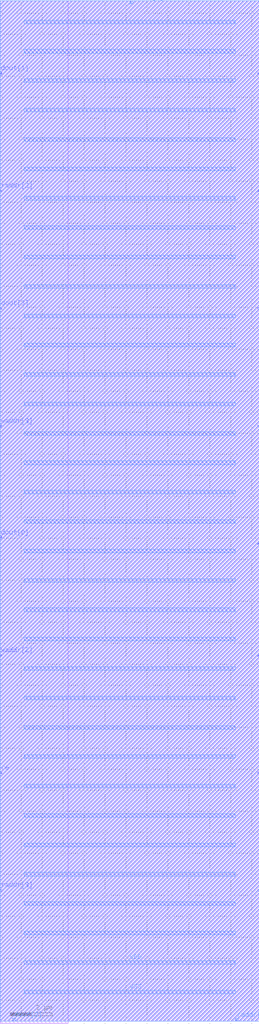
<source format=lef>
VERSION 5.8 ;
BUSBITCHARS "[]" ;
DIVIDERCHAR "/" ;
UNITS
    DATABASE MICRONS 2000 ;
END UNITS

MACRO spram_9x4
  FOREIGN spram_9x4 0 0 ;
  CLASS BLOCK ;
  SIZE 12.36 BY 48.61 ;
  PIN VSS
    USE GROUND ;
    DIRECTION INOUT ;
    PORT
      LAYER metal4 ;
        RECT  1.14 46.115 11.21 46.285 ;
        RECT  1.14 43.315 11.21 43.485 ;
        RECT  1.14 40.515 11.21 40.685 ;
        RECT  1.14 37.715 11.21 37.885 ;
        RECT  1.14 34.915 11.21 35.085 ;
        RECT  1.14 32.115 11.21 32.285 ;
        RECT  1.14 29.315 11.21 29.485 ;
        RECT  1.14 26.515 11.21 26.685 ;
        RECT  1.14 23.715 11.21 23.885 ;
        RECT  1.14 20.915 11.21 21.085 ;
        RECT  1.14 18.115 11.21 18.285 ;
        RECT  1.14 15.315 11.21 15.485 ;
        RECT  1.14 12.515 11.21 12.685 ;
        RECT  1.14 9.715 11.21 9.885 ;
        RECT  1.14 6.915 11.21 7.085 ;
        RECT  1.14 4.115 11.21 4.285 ;
        RECT  1.14 1.315 11.21 1.485 ;
    END
  END VSS
  PIN VDD
    USE POWER ;
    DIRECTION INOUT ;
    PORT
      LAYER metal4 ;
        RECT  1.14 47.515 11.21 47.685 ;
        RECT  1.14 44.715 11.21 44.885 ;
        RECT  1.14 41.915 11.21 42.085 ;
        RECT  1.14 39.115 11.21 39.285 ;
        RECT  1.14 36.315 11.21 36.485 ;
        RECT  1.14 33.515 11.21 33.685 ;
        RECT  1.14 30.715 11.21 30.885 ;
        RECT  1.14 27.915 11.21 28.085 ;
        RECT  1.14 25.115 11.21 25.285 ;
        RECT  1.14 22.315 11.21 22.485 ;
        RECT  1.14 19.515 11.21 19.685 ;
        RECT  1.14 16.715 11.21 16.885 ;
        RECT  1.14 13.915 11.21 14.085 ;
        RECT  1.14 11.115 11.21 11.285 ;
        RECT  1.14 8.315 11.21 8.485 ;
        RECT  1.14 5.515 11.21 5.685 ;
        RECT  1.14 2.715 11.21 2.885 ;
    END
  END VDD
  PIN clk
    DIRECTION INPUT ;
    USE SIGNAL ;
    PORT
      LAYER metal3 ;
        RECT  12.29 22.715 12.36 22.785 ;
    END
  END clk
  PIN din[0]
    DIRECTION INPUT ;
    USE SIGNAL ;
    PORT
      LAYER metal3 ;
        RECT  12.29 28.315 12.36 28.385 ;
    END
  END din[0]
  PIN din[1]
    DIRECTION INPUT ;
    USE SIGNAL ;
    PORT
      LAYER metal3 ;
        RECT  12.29 11.795 12.36 11.865 ;
    END
  END din[1]
  PIN din[2]
    DIRECTION INPUT ;
    USE SIGNAL ;
    PORT
      LAYER metal3 ;
        RECT  12.29 39.515 12.36 39.585 ;
    END
  END din[2]
  PIN din[3]
    DIRECTION INPUT ;
    USE SIGNAL ;
    PORT
      LAYER metal3 ;
        RECT  12.29 45.115 12.36 45.185 ;
    END
  END din[3]
  PIN dout[0]
    DIRECTION OUTPUT ;
    USE SIGNAL ;
    PORT
      LAYER metal3 ;
        RECT  0 22.995 0.07 23.065 ;
    END
  END dout[0]
  PIN dout[1]
    DIRECTION OUTPUT ;
    USE SIGNAL ;
    PORT
      LAYER metal3 ;
        RECT  0 45.115 0.07 45.185 ;
    END
  END dout[1]
  PIN dout[2]
    DIRECTION OUTPUT ;
    USE SIGNAL ;
    PORT
      LAYER metal4 ;
        RECT  0.585 0 0.725 0.14 ;
    END
  END dout[2]
  PIN dout[3]
    DIRECTION OUTPUT ;
    USE SIGNAL ;
    PORT
      LAYER metal3 ;
        RECT  0 33.915 0.07 33.985 ;
    END
  END dout[3]
  PIN raddr[0]
    DIRECTION INPUT ;
    USE SIGNAL ;
    PORT
      LAYER metal3 ;
        RECT  12.29 17.395 12.36 17.465 ;
    END
  END raddr[0]
  PIN raddr[1]
    DIRECTION INPUT ;
    USE SIGNAL ;
    PORT
      LAYER metal4 ;
        RECT  11.225 0 11.365 0.14 ;
    END
  END raddr[1]
  PIN raddr[2]
    DIRECTION INPUT ;
    USE SIGNAL ;
    PORT
      LAYER metal3 ;
        RECT  0 39.515 0.07 39.585 ;
    END
  END raddr[2]
  PIN raddr[3]
    DIRECTION INPUT ;
    USE SIGNAL ;
    PORT
      LAYER metal3 ;
        RECT  0 6.195 0.07 6.265 ;
    END
  END raddr[3]
  PIN re
    DIRECTION INPUT ;
    USE SIGNAL ;
    PORT
      LAYER metal3 ;
        RECT  0 11.795 0.07 11.865 ;
    END
  END re
  PIN waddr[0]
    DIRECTION INPUT ;
    USE SIGNAL ;
    PORT
      LAYER metal4 ;
        RECT  6.185 48.47 6.325 48.61 ;
    END
  END waddr[0]
  PIN waddr[1]
    DIRECTION INPUT ;
    USE SIGNAL ;
    PORT
      LAYER metal3 ;
        RECT  12.29 6.195 12.36 6.265 ;
    END
  END waddr[1]
  PIN waddr[2]
    DIRECTION INPUT ;
    USE SIGNAL ;
    PORT
      LAYER metal3 ;
        RECT  0 17.395 0.07 17.465 ;
    END
  END waddr[2]
  PIN waddr[3]
    DIRECTION INPUT ;
    USE SIGNAL ;
    PORT
      LAYER metal3 ;
        RECT  0 28.315 0.07 28.385 ;
    END
  END waddr[3]
  PIN we
    DIRECTION INPUT ;
    USE SIGNAL ;
    PORT
      LAYER metal3 ;
        RECT  12.29 33.915 12.36 33.985 ;
    END
  END we
  OBS
    LAYER metal1 ;
     RECT  0 -0.085 3.23 48.61 ;
     RECT  3.23 0 12.36 48.61 ;
    LAYER metal2 ;
     RECT  0 0 12.36 48.61 ;
    LAYER metal3 ;
     RECT  0 0 12.36 48.61 ;
    LAYER metal4 ;
     RECT  0 0 12.36 48.61 ;
  END
END spram_9x4
END LIBRARY

</source>
